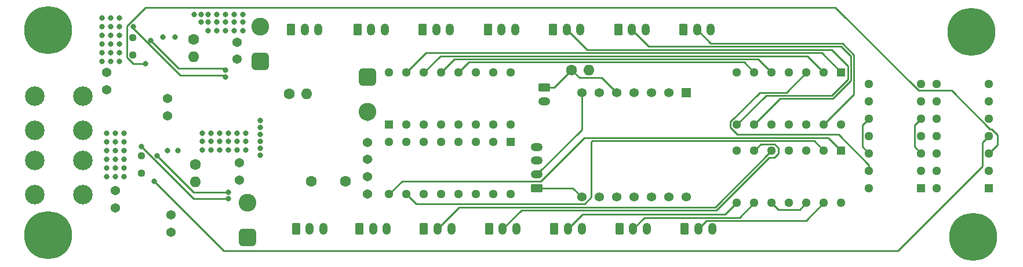
<source format=gbl>
G04 #@! TF.GenerationSoftware,KiCad,Pcbnew,7.0.10*
G04 #@! TF.CreationDate,2025-02-28T21:12:07-05:00*
G04 #@! TF.ProjectId,SDP25_MainPCB_V2,53445032-355f-44d6-9169-6e5043425f56,2.1*
G04 #@! TF.SameCoordinates,Original*
G04 #@! TF.FileFunction,Copper,L4,Bot*
G04 #@! TF.FilePolarity,Positive*
%FSLAX46Y46*%
G04 Gerber Fmt 4.6, Leading zero omitted, Abs format (unit mm)*
G04 Created by KiCad (PCBNEW 7.0.10) date 2025-02-28 21:12:07*
%MOMM*%
%LPD*%
G01*
G04 APERTURE LIST*
G04 Aperture macros list*
%AMRoundRect*
0 Rectangle with rounded corners*
0 $1 Rounding radius*
0 $2 $3 $4 $5 $6 $7 $8 $9 X,Y pos of 4 corners*
0 Add a 4 corners polygon primitive as box body*
4,1,4,$2,$3,$4,$5,$6,$7,$8,$9,$2,$3,0*
0 Add four circle primitives for the rounded corners*
1,1,$1+$1,$2,$3*
1,1,$1+$1,$4,$5*
1,1,$1+$1,$6,$7*
1,1,$1+$1,$8,$9*
0 Add four rect primitives between the rounded corners*
20,1,$1+$1,$2,$3,$4,$5,0*
20,1,$1+$1,$4,$5,$6,$7,0*
20,1,$1+$1,$6,$7,$8,$9,0*
20,1,$1+$1,$8,$9,$2,$3,0*%
G04 Aperture macros list end*
G04 #@! TA.AperFunction,ComponentPad*
%ADD10C,2.850000*%
G04 #@! TD*
G04 #@! TA.AperFunction,ComponentPad*
%ADD11RoundRect,0.250000X0.625000X-0.350000X0.625000X0.350000X-0.625000X0.350000X-0.625000X-0.350000X0*%
G04 #@! TD*
G04 #@! TA.AperFunction,ComponentPad*
%ADD12O,1.750000X1.200000*%
G04 #@! TD*
G04 #@! TA.AperFunction,ComponentPad*
%ADD13C,1.371600*%
G04 #@! TD*
G04 #@! TA.AperFunction,ComponentPad*
%ADD14RoundRect,0.250000X-0.350000X-0.625000X0.350000X-0.625000X0.350000X0.625000X-0.350000X0.625000X0*%
G04 #@! TD*
G04 #@! TA.AperFunction,ComponentPad*
%ADD15O,1.200000X1.750000*%
G04 #@! TD*
G04 #@! TA.AperFunction,ComponentPad*
%ADD16C,1.600000*%
G04 #@! TD*
G04 #@! TA.AperFunction,ComponentPad*
%ADD17O,1.600000X1.600000*%
G04 #@! TD*
G04 #@! TA.AperFunction,ComponentPad*
%ADD18C,7.000000*%
G04 #@! TD*
G04 #@! TA.AperFunction,ComponentPad*
%ADD19R,1.295400X1.295400*%
G04 #@! TD*
G04 #@! TA.AperFunction,ComponentPad*
%ADD20C,1.295400*%
G04 #@! TD*
G04 #@! TA.AperFunction,ComponentPad*
%ADD21RoundRect,0.650000X0.650000X-0.650000X0.650000X0.650000X-0.650000X0.650000X-0.650000X-0.650000X0*%
G04 #@! TD*
G04 #@! TA.AperFunction,ComponentPad*
%ADD22C,2.600000*%
G04 #@! TD*
G04 #@! TA.AperFunction,ComponentPad*
%ADD23RoundRect,0.650000X-0.650000X0.650000X-0.650000X-0.650000X0.650000X-0.650000X0.650000X0.650000X0*%
G04 #@! TD*
G04 #@! TA.AperFunction,ComponentPad*
%ADD24RoundRect,0.250000X-0.625000X0.350000X-0.625000X-0.350000X0.625000X-0.350000X0.625000X0.350000X0*%
G04 #@! TD*
G04 #@! TA.AperFunction,ComponentPad*
%ADD25C,1.117600*%
G04 #@! TD*
G04 #@! TA.AperFunction,ComponentPad*
%ADD26R,1.358000X1.358000*%
G04 #@! TD*
G04 #@! TA.AperFunction,ComponentPad*
%ADD27C,1.358000*%
G04 #@! TD*
G04 #@! TA.AperFunction,ViaPad*
%ADD28C,0.800000*%
G04 #@! TD*
G04 #@! TA.AperFunction,Conductor*
%ADD29C,0.250000*%
G04 #@! TD*
G04 APERTURE END LIST*
D10*
X101295000Y-84034000D03*
X101295000Y-79034000D03*
X94285000Y-79034000D03*
X94285000Y-84034000D03*
D11*
X167640000Y-92456000D03*
D12*
X167640000Y-90456000D03*
X167640000Y-88456000D03*
X167640000Y-86456000D03*
D10*
X101295000Y-93432000D03*
X101295000Y-88432000D03*
X94285000Y-88432000D03*
X94285000Y-93432000D03*
D13*
X114173000Y-98913000D03*
X114173000Y-96413000D03*
D14*
X189230000Y-98425000D03*
D15*
X191230000Y-98425000D03*
X193230000Y-98425000D03*
D14*
X169990000Y-69300000D03*
D15*
X171990000Y-69300000D03*
X173990000Y-69300000D03*
D16*
X172720000Y-75184000D03*
D17*
X175260000Y-75184000D03*
D13*
X123864000Y-73640000D03*
X123864000Y-71140000D03*
D14*
X151130000Y-98425000D03*
D15*
X153130000Y-98425000D03*
X155130000Y-98425000D03*
D18*
X231140000Y-69596000D03*
D19*
X163830000Y-85725000D03*
D20*
X161290000Y-85725000D03*
X158750000Y-85725000D03*
X156210000Y-85725000D03*
X153670000Y-85725000D03*
X151130000Y-85725000D03*
X148590000Y-85725000D03*
X146050000Y-85725000D03*
X146050000Y-93345000D03*
X148590000Y-93345000D03*
X151130000Y-93345000D03*
X153670000Y-93345000D03*
X156210000Y-93345000D03*
X158750000Y-93345000D03*
X161290000Y-93345000D03*
X163830000Y-93345000D03*
D19*
X223774000Y-92456000D03*
D20*
X223774000Y-89916000D03*
X223774000Y-87376000D03*
X223774000Y-84836000D03*
X223774000Y-82296000D03*
X223774000Y-79756000D03*
X223774000Y-77216000D03*
X216154000Y-77216000D03*
X216154000Y-79756000D03*
X216154000Y-82296000D03*
X216154000Y-84836000D03*
X216154000Y-87376000D03*
X216154000Y-89916000D03*
X216154000Y-92456000D03*
D13*
X106045000Y-95357000D03*
X106045000Y-92857000D03*
D16*
X131419600Y-78714600D03*
D17*
X133959600Y-78714600D03*
D14*
X189040000Y-69300000D03*
D15*
X191040000Y-69300000D03*
X193040000Y-69300000D03*
D21*
X125349000Y-99695000D03*
D22*
X125349000Y-94615000D03*
D23*
X142875000Y-76200000D03*
D22*
X142875000Y-81280000D03*
D18*
X96266000Y-99314000D03*
D14*
X170180000Y-98425000D03*
D15*
X172180000Y-98425000D03*
X174180000Y-98425000D03*
D24*
X168698000Y-77756000D03*
D12*
X168698000Y-79756000D03*
D16*
X134660000Y-91440000D03*
X139660000Y-91440000D03*
D19*
X146050000Y-83185000D03*
D20*
X148590000Y-83185000D03*
X151130000Y-83185000D03*
X153670000Y-83185000D03*
X156210000Y-83185000D03*
X158750000Y-83185000D03*
X161290000Y-83185000D03*
X163830000Y-83185000D03*
X163830000Y-75565000D03*
X161290000Y-75565000D03*
X158750000Y-75565000D03*
X156210000Y-75565000D03*
X153670000Y-75565000D03*
X151130000Y-75565000D03*
X148590000Y-75565000D03*
X146050000Y-75565000D03*
D25*
X108624000Y-70505000D03*
X108624000Y-73005000D03*
X109855000Y-87777000D03*
X109855000Y-90277000D03*
D13*
X113704000Y-81875000D03*
X113704000Y-79375000D03*
D18*
X231394000Y-99568000D03*
D14*
X132461000Y-98425000D03*
D15*
X134461000Y-98425000D03*
X136461000Y-98425000D03*
D16*
X117729000Y-89027000D03*
D17*
X117729000Y-91567000D03*
D21*
X127254000Y-73914000D03*
D22*
X127254000Y-68834000D03*
D19*
X212090000Y-75565000D03*
D20*
X209550000Y-75565000D03*
X207010000Y-75565000D03*
X204470000Y-75565000D03*
X201930000Y-75565000D03*
X199390000Y-75565000D03*
X196850000Y-75565000D03*
X196850000Y-83185000D03*
X199390000Y-83185000D03*
X201930000Y-83185000D03*
X204470000Y-83185000D03*
X207010000Y-83185000D03*
X209550000Y-83185000D03*
X212090000Y-83185000D03*
D14*
X150940000Y-69300000D03*
D15*
X152940000Y-69300000D03*
X154940000Y-69300000D03*
D13*
X124206000Y-91293000D03*
X124206000Y-88793000D03*
D19*
X233680000Y-92456000D03*
D20*
X233680000Y-89916000D03*
X233680000Y-87376000D03*
X233680000Y-84836000D03*
X233680000Y-82296000D03*
X233680000Y-79756000D03*
X233680000Y-77216000D03*
X226060000Y-77216000D03*
X226060000Y-79756000D03*
X226060000Y-82296000D03*
X226060000Y-84836000D03*
X226060000Y-87376000D03*
X226060000Y-89916000D03*
X226060000Y-92456000D03*
D16*
X117514000Y-70710000D03*
D17*
X117514000Y-73250000D03*
D14*
X179705000Y-98425000D03*
D15*
X181705000Y-98425000D03*
X183705000Y-98425000D03*
D13*
X104814000Y-78085000D03*
X104814000Y-75585000D03*
D26*
X189420500Y-78499500D03*
D27*
X186880500Y-78499500D03*
X184340500Y-78499500D03*
X181800500Y-78499500D03*
X179260500Y-78499500D03*
X176720500Y-78499500D03*
X174180500Y-78499500D03*
X174180500Y-93739500D03*
X176720500Y-93739500D03*
X179260500Y-93739500D03*
X181800500Y-93739500D03*
X184340500Y-93739500D03*
X186880500Y-93739500D03*
X189420500Y-93739500D03*
D18*
X96266000Y-69342000D03*
D14*
X160465000Y-69300000D03*
D15*
X162465000Y-69300000D03*
X164465000Y-69300000D03*
D14*
X141415000Y-69300000D03*
D15*
X143415000Y-69300000D03*
X145415000Y-69300000D03*
D13*
X142875000Y-93325000D03*
X142875000Y-90825000D03*
D14*
X131700000Y-69300000D03*
D15*
X133700000Y-69300000D03*
X135700000Y-69300000D03*
D19*
X212090000Y-86995000D03*
D20*
X209550000Y-86995000D03*
X207010000Y-86995000D03*
X204470000Y-86995000D03*
X201930000Y-86995000D03*
X199390000Y-86995000D03*
X196850000Y-86995000D03*
X196850000Y-94615000D03*
X199390000Y-94615000D03*
X201930000Y-94615000D03*
X204470000Y-94615000D03*
X207010000Y-94615000D03*
X209550000Y-94615000D03*
X212090000Y-94615000D03*
D14*
X141700000Y-98425000D03*
D15*
X143700000Y-98425000D03*
X145700000Y-98425000D03*
D14*
X179515000Y-69300000D03*
D15*
X181515000Y-69300000D03*
X183515000Y-69300000D03*
D14*
X160655000Y-98425000D03*
D15*
X162655000Y-98425000D03*
X164655000Y-98425000D03*
D13*
X142875000Y-85765000D03*
X142875000Y-88265000D03*
D28*
X122174000Y-67056000D03*
X113030000Y-70358000D03*
X105410000Y-71374000D03*
X124714000Y-67056000D03*
X123825000Y-85598000D03*
X119634000Y-69469000D03*
X118745000Y-85598000D03*
X106680000Y-72644000D03*
X106045000Y-84455000D03*
X104775000Y-88265000D03*
X118618000Y-68199000D03*
X104140000Y-71374000D03*
X125095000Y-85598000D03*
X104140000Y-70104000D03*
X121285000Y-86868000D03*
X122174000Y-69469000D03*
X105410000Y-68834000D03*
X107315000Y-88265000D03*
X105410000Y-67564000D03*
X104775000Y-86995000D03*
X123825000Y-86868000D03*
X104775000Y-85725000D03*
X106680000Y-68834000D03*
X121285000Y-85598000D03*
X114808000Y-70358000D03*
X104140000Y-68834000D03*
X106680000Y-73914000D03*
X107315000Y-89535000D03*
X120015000Y-85598000D03*
X124714000Y-68199000D03*
X106680000Y-67564000D03*
X120904000Y-67056000D03*
X104140000Y-72644000D03*
X122555000Y-85598000D03*
X122555000Y-84455000D03*
X118745000Y-86868000D03*
X106680000Y-71374000D03*
X122555000Y-86868000D03*
X118618000Y-67056000D03*
X104775000Y-90805000D03*
X105410000Y-73914000D03*
X123444000Y-68199000D03*
X107315000Y-84455000D03*
X124714000Y-69469000D03*
X107315000Y-85725000D03*
X106680000Y-70104000D03*
X106045000Y-90805000D03*
X119634000Y-68199000D03*
X123444000Y-69469000D03*
X125095000Y-86868000D03*
X121285000Y-84455000D03*
X104140000Y-73914000D03*
X106045000Y-85725000D03*
X104140000Y-67564000D03*
X120015000Y-84455000D03*
X105410000Y-70104000D03*
X118745000Y-84455000D03*
X117602000Y-67056000D03*
X107315000Y-90805000D03*
X115189000Y-86995000D03*
X106045000Y-89535000D03*
X119634000Y-67056000D03*
X105410000Y-72644000D03*
X120904000Y-69469000D03*
X113665000Y-86995000D03*
X107315000Y-86995000D03*
X104775000Y-89535000D03*
X104775000Y-84455000D03*
X106045000Y-86995000D03*
X123444000Y-67056000D03*
X120904000Y-68199000D03*
X122174000Y-68199000D03*
X123825000Y-84455000D03*
X120015000Y-86868000D03*
X106045000Y-88265000D03*
X125095000Y-84455000D03*
X127254000Y-85598000D03*
X127254000Y-83566000D03*
X127254000Y-86614000D03*
X127254000Y-87630000D03*
X127254000Y-84582000D03*
X127254000Y-82550000D03*
X111252000Y-70866000D03*
X108712000Y-68834000D03*
X122174000Y-76200000D03*
X122174000Y-75184000D03*
X112141000Y-87757000D03*
X109855000Y-86360000D03*
X122555000Y-93980000D03*
X122555000Y-93091000D03*
X111760000Y-91440000D03*
X110490000Y-74295000D03*
D29*
X142875000Y-81280000D02*
X142875000Y-82550000D01*
X143510000Y-88265000D02*
X142875000Y-88265000D01*
X170160000Y-69870000D02*
X170180000Y-69850000D01*
X131700000Y-69595000D02*
X131700000Y-69300000D01*
X139700000Y-91440000D02*
X139660000Y-91440000D01*
X121920000Y-74930000D02*
X122174000Y-75184000D01*
X115570000Y-75946000D02*
X121920000Y-75946000D01*
X121920000Y-75946000D02*
X122174000Y-76200000D01*
X108712000Y-68834000D02*
X108712000Y-69088000D01*
X108712000Y-69088000D02*
X115570000Y-75946000D01*
X115316000Y-74930000D02*
X121920000Y-74930000D01*
X111252000Y-70866000D02*
X115316000Y-74930000D01*
X212090000Y-86995000D02*
X210185000Y-85090000D01*
X174589148Y-85090000D02*
X168239148Y-91440000D01*
X168239148Y-91440000D02*
X147955000Y-91440000D01*
X147955000Y-91440000D02*
X146050000Y-93345000D01*
X210185000Y-85090000D02*
X174589148Y-85090000D01*
X175563244Y-85725000D02*
X175563244Y-93776627D01*
X175563244Y-93776627D02*
X174596371Y-94743500D01*
X175715944Y-85572300D02*
X175563244Y-85725000D01*
X209550000Y-86995000D02*
X208127300Y-85572300D01*
X208127300Y-85572300D02*
X175715944Y-85572300D01*
X149988500Y-94743500D02*
X148590000Y-93345000D01*
X174596371Y-94743500D02*
X149988500Y-94743500D01*
X156305000Y-95250000D02*
X153130000Y-98425000D01*
X193675000Y-95250000D02*
X156305000Y-95250000D01*
X201930000Y-86995000D02*
X193675000Y-95250000D01*
X200362700Y-86022300D02*
X202332906Y-86022300D01*
X199390000Y-86995000D02*
X200362700Y-86022300D01*
X202902700Y-87397906D02*
X202332906Y-87967700D01*
X201593696Y-87967700D02*
X193861396Y-95700000D01*
X202332906Y-87967700D02*
X201593696Y-87967700D01*
X165380000Y-95700000D02*
X162655000Y-98425000D01*
X193861396Y-95700000D02*
X165380000Y-95700000D01*
X202332906Y-86022300D02*
X202902700Y-86592094D01*
X202902700Y-86592094D02*
X202902700Y-87397906D01*
X196850000Y-94615000D02*
X195140000Y-96325000D01*
X195140000Y-96325000D02*
X174280000Y-96325000D01*
X174280000Y-96325000D02*
X172180000Y-98425000D01*
X197230000Y-96775000D02*
X183355000Y-96775000D01*
X199390000Y-94615000D02*
X197230000Y-96775000D01*
X183355000Y-96775000D02*
X181705000Y-98425000D01*
X192430000Y-97225000D02*
X191230000Y-98425000D01*
X209550000Y-94615000D02*
X206940000Y-97225000D01*
X206940000Y-97225000D02*
X192430000Y-97225000D01*
X212276396Y-71305000D02*
X193045000Y-71305000D01*
X213962700Y-78772300D02*
X213962700Y-72991304D01*
X209550000Y-83185000D02*
X213962700Y-78772300D01*
X193045000Y-71305000D02*
X191040000Y-69300000D01*
X213962700Y-72991304D02*
X212276396Y-71305000D01*
X203200000Y-79375000D02*
X210861796Y-79375000D01*
X210861796Y-79375000D02*
X213512700Y-76724096D01*
X212090000Y-71755000D02*
X183970000Y-71755000D01*
X213512700Y-76724096D02*
X213512700Y-73177700D01*
X183970000Y-71755000D02*
X181515000Y-69300000D01*
X213512700Y-73177700D02*
X212090000Y-71755000D01*
X199390000Y-83185000D02*
X203200000Y-79375000D01*
X213062700Y-74592300D02*
X210729400Y-72259000D01*
X201110000Y-78925000D02*
X210675400Y-78925000D01*
X210675400Y-78925000D02*
X213062700Y-76537700D01*
X196850000Y-83185000D02*
X201110000Y-78925000D01*
X213062700Y-76537700D02*
X213062700Y-74592300D01*
X174949000Y-72259000D02*
X171990000Y-69300000D01*
X210729400Y-72259000D02*
X174949000Y-72259000D01*
X197884000Y-74059000D02*
X157716000Y-74059000D01*
X199390000Y-75565000D02*
X197884000Y-74059000D01*
X157716000Y-74059000D02*
X156210000Y-75565000D01*
X199974000Y-73609000D02*
X155626000Y-73609000D01*
X201930000Y-75565000D02*
X199974000Y-73609000D01*
X155626000Y-73609000D02*
X153670000Y-75565000D01*
X153536000Y-73159000D02*
X151130000Y-75565000D01*
X209550000Y-75565000D02*
X207144000Y-73159000D01*
X207144000Y-73159000D02*
X153536000Y-73159000D01*
X209234000Y-72709000D02*
X151446000Y-72709000D01*
X151446000Y-72709000D02*
X148590000Y-75565000D01*
X212090000Y-75565000D02*
X209234000Y-72709000D01*
X172720000Y-75184000D02*
X173845000Y-76309000D01*
X170148000Y-77756000D02*
X172720000Y-75184000D01*
X168698000Y-77756000D02*
X170148000Y-77756000D01*
X177070000Y-76309000D02*
X179260500Y-78499500D01*
X173845000Y-76309000D02*
X177070000Y-76309000D01*
X174180500Y-83915500D02*
X174180500Y-78499500D01*
X167640000Y-90456000D02*
X174180500Y-83915500D01*
X112141000Y-87757000D02*
X117475000Y-93091000D01*
X117475000Y-93091000D02*
X122555000Y-93091000D01*
X109855000Y-86360000D02*
X117475000Y-93980000D01*
X117475000Y-93980000D02*
X122555000Y-93980000D01*
X172897000Y-92456000D02*
X174180500Y-93739500D01*
X167640000Y-92456000D02*
X172897000Y-92456000D01*
X232707300Y-85808700D02*
X233680000Y-84836000D01*
X220345000Y-101600000D02*
X232707300Y-89237700D01*
X111760000Y-91440000D02*
X121920000Y-101600000D01*
X232707300Y-89237700D02*
X232707300Y-85808700D01*
X121920000Y-101600000D02*
X220345000Y-101600000D01*
X234950000Y-84730394D02*
X234950000Y-86106000D01*
X228197094Y-78188700D02*
X233828394Y-83820000D01*
X233828394Y-83820000D02*
X234039606Y-83820000D01*
X234039606Y-83820000D02*
X234950000Y-84730394D01*
X107740200Y-73371082D02*
X107740200Y-68780495D01*
X110490000Y-74295000D02*
X108664118Y-74295000D01*
X223371094Y-78188700D02*
X228197094Y-78188700D01*
X211222394Y-66040000D02*
X223371094Y-78188700D01*
X234950000Y-86106000D02*
X233680000Y-87376000D01*
X110480695Y-66040000D02*
X211222394Y-66040000D01*
X107740200Y-68780495D02*
X110480695Y-66040000D01*
X108664118Y-74295000D02*
X107740200Y-73371082D01*
X201930000Y-94615000D02*
X202902700Y-95587700D01*
X202902700Y-95587700D02*
X206037300Y-95587700D01*
X206037300Y-95587700D02*
X207010000Y-94615000D01*
X207010000Y-75565000D02*
X204100000Y-78475000D01*
X196929394Y-84640000D02*
X211680400Y-84640000D01*
X195877300Y-82782094D02*
X195877300Y-83587906D01*
X200184394Y-78475000D02*
X195877300Y-82782094D01*
X204100000Y-78475000D02*
X200184394Y-78475000D01*
X195877300Y-83587906D02*
X196929394Y-84640000D01*
X216154000Y-89113600D02*
X216154000Y-89916000D01*
X211680400Y-84640000D02*
X216154000Y-89113600D01*
X222801300Y-86403300D02*
X223774000Y-87376000D01*
X222801300Y-83268700D02*
X222801300Y-86403300D01*
X223774000Y-82296000D02*
X222801300Y-83268700D01*
X216154000Y-82296000D02*
X215181300Y-83268700D01*
X215181300Y-83268700D02*
X215181300Y-86403300D01*
X215181300Y-86403300D02*
X216154000Y-87376000D01*
M02*

</source>
